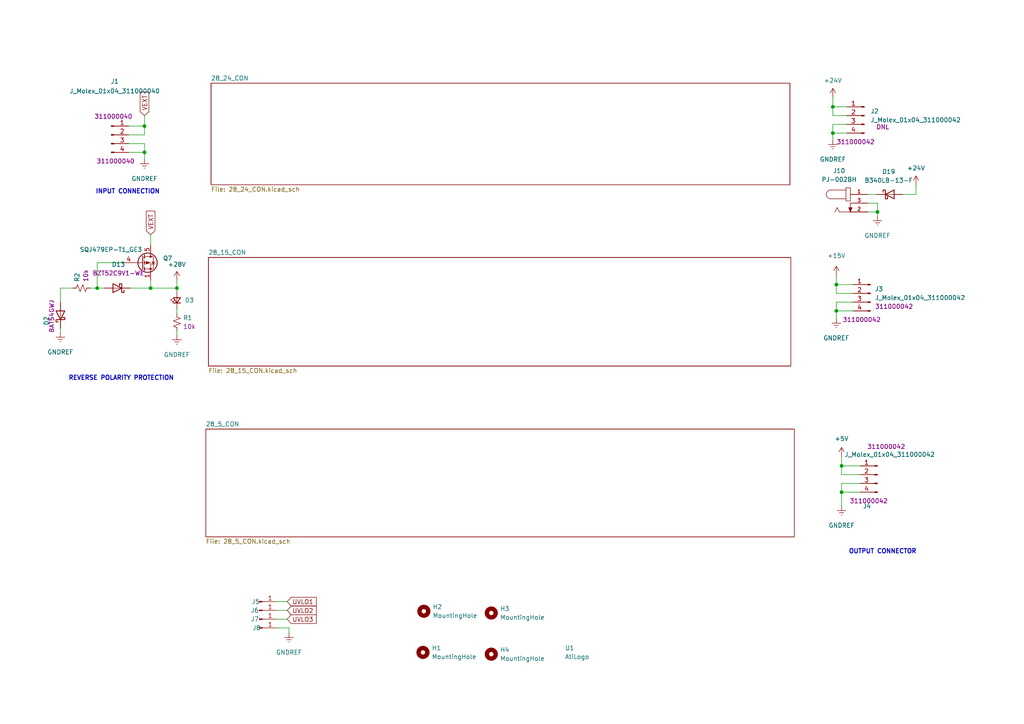
<source format=kicad_sch>
(kicad_sch (version 20211123) (generator eeschema)
  (paper "A4")
  (title_block (title "CON0100") (date "2023-01-10") (rev "V1.0") (company "Ati Motors Pvt Ltd") (comment 1 "Aslesh Kumar A & Soundhar") (comment 2 "Designed by") (comment 3 "Sudhir P ") (comment 4 "Reviewed by ") (comment 5 "Approved by") (comment 6 "Naveen"))
  (lib_symbols
    (symbol "Ati:AtiLogo" (pin_names (offset 1.016))
      (property "Reference" "U" (at 0 0 0))
      (property "Value" "AtiLogo" (at 0 0 0))
    )
    (symbol "Ati:D_LED_0603_Green_150060GS75000" (pin_numbers hide) (pin_names (offset 0.254) hide)
      (property "Reference" "D3" (at -0.0635 4.064 0))
      (symbol "D_LED_0603_Green_150060GS75000_0_1"
        (polyline (pts (xy -0.762 -1.016) (xy -0.762 1.016)) (stroke (width 0.254)))
        (polyline (pts (xy 1.016 0) (xy -0.762 0)))
        (polyline (pts (xy 0.762 -1.016) (xy -0.762 0) (xy 0.762 1.016) (xy 0.762 -1.016)) (stroke (width 0.254)))
        (polyline (pts (xy 0 0.762) (xy -0.508 1.27) (xy -0.254 1.27) (xy -0.508 1.27) (xy -0.508 1.016)))
        (polyline (pts (xy 0.508 1.27) (xy 0 1.778) (xy 0.254 1.778) (xy 0 1.778) (xy 0 1.524)))
      )
      (symbol "D_LED_0603_Green_150060GS75000_1_1"
        (pin passive line (at -2.54 0 0) (length 1.778) (name "K") (number "1"))
        (pin passive line (at 2.54 0 180) (length 1.778) (name "A") (number "2"))
      )
    )
    (symbol "Ati:D_Schottky_BZT52C9V1-WE" (pin_numbers hide) (pin_names (offset 1.016) hide)
      (property "Reference" "D" (at 0 2.54 0))
      (property "MPN" "BZT52C9V1-WE" (at 0 0 0))
      (symbol "D_Schottky_BZT52C9V1-WE_0_1"
        (polyline (pts (xy 1.27 0) (xy -1.27 0)))
        (polyline (pts (xy 1.27 1.27) (xy 1.27 -1.27) (xy -1.27 0) (xy 1.27 1.27)) (stroke (width 0.254)))
        (polyline (pts (xy -1.905 0.635) (xy -1.905 1.27) (xy -1.27 1.27) (xy -1.27 -1.27) (xy -0.635 -1.27) (xy -0.635 -0.635)) (stroke (width 0.254)))
      )
      (symbol "D_Schottky_BZT52C9V1-WE_1_1"
        (pin passive line (at -3.81 0 0) (length 2.54) (name "K") (number "1"))
        (pin passive line (at 3.81 0 180) (length 2.54) (name "A") (number "2"))
      )
    )
    (symbol "Ati:J_Molex_01x04_311000040" (pin_names (offset 1.016) hide)
      (property "Reference" "J" (at 0 5.08 0))
      (property "Val" "311000040" (at 1.27 -7.62 0))
      (symbol "J_Molex_01x04_311000040_1_1"
        (polyline (pts (xy 1.27 -5.08) (xy 0.8636 -5.08)) (stroke (width 0.1524)))
        (polyline (pts (xy 1.27 -2.54) (xy 0.8636 -2.54)) (stroke (width 0.1524)))
        (polyline (pts (xy 1.27 0) (xy 0.8636 0)) (stroke (width 0.1524)))
        (polyline (pts (xy 1.27 2.54) (xy 0.8636 2.54)) (stroke (width 0.1524)))
        (rectangle (start 0.8636 -4.953) (end 0 -5.207) (stroke (width 0.1524)) (fill (type outline)))
        (rectangle (start 0.8636 -2.413) (end 0 -2.667) (stroke (width 0.1524)) (fill (type outline)))
        (rectangle (start 0.8636 0.127) (end 0 -0.127) (stroke (width 0.1524)) (fill (type outline)))
        (rectangle (start 0.8636 2.667) (end 0 2.413) (stroke (width 0.1524)) (fill (type outline)))
        (pin passive line (at 5.08 2.54 180) (length 3.81) (name "Pin_1") (number "1"))
        (pin passive line (at 5.08 0 180) (length 3.81) (name "Pin_2") (number "2"))
        (pin passive line (at 5.08 -2.54 180) (length 3.81) (name "Pin_3") (number "3"))
        (pin passive line (at 5.08 -5.08 180) (length 3.81) (name "Pin_4") (number "4"))
      )
    )
    (symbol "Ati:J_Molex_01x04_311000042" (pin_names (offset 1.016) hide)
      (property "Reference" "J" (at 0 5.08 0))
      (property "Val" "311000042" (at 2.54 -7.62 0))
      (symbol "J_Molex_01x04_311000042_1_1"
        (polyline (pts (xy 1.27 -5.08) (xy 0.8636 -5.08)) (stroke (width 0.1524)))
        (polyline (pts (xy 1.27 -2.54) (xy 0.8636 -2.54)) (stroke (width 0.1524)))
        (polyline (pts (xy 1.27 0) (xy 0.8636 0)) (stroke (width 0.1524)))
        (polyline (pts (xy 1.27 2.54) (xy 0.8636 2.54)) (stroke (width 0.1524)))
        (rectangle (start 0.8636 -4.953) (end 0 -5.207) (stroke (width 0.1524)) (fill (type outline)))
        (rectangle (start 0.8636 -2.413) (end 0 -2.667) (stroke (width 0.1524)) (fill (type outline)))
        (rectangle (start 0.8636 0.127) (end 0 -0.127) (stroke (width 0.1524)) (fill (type outline)))
        (rectangle (start 0.8636 2.667) (end 0 2.413) (stroke (width 0.1524)) (fill (type outline)))
        (pin passive line (at 5.08 2.54 180) (length 3.81) (name "Pin_1") (number "1"))
        (pin passive line (at 5.08 0 180) (length 3.81) (name "Pin_2") (number "2"))
        (pin passive line (at 5.08 -2.54 180) (length 3.81) (name "Pin_3") (number "3"))
        (pin passive line (at 5.08 -5.08 180) (length 3.81) (name "Pin_4") (number "4"))
      )
    )
    (symbol "Ati:R_10k_0603_ERJ-3EKF1002V" (pin_numbers hide) (pin_names (offset 0.254) hide)
      (property "Reference" "R" (at -2.54 0 0))
      (property "Val" "10k" (at 2.54 0 0))
      (symbol "R_10k_0603_ERJ-3EKF1002V_1_1"
        (polyline (pts (xy 0 0) (xy 1.016 -0.381) (xy 0 -0.762) (xy -1.016 -1.143) (xy 0 -1.524)))
        (polyline (pts (xy 0 1.524) (xy 1.016 1.143) (xy 0 0.762) (xy -1.016 0.381) (xy 0 0)))
        (pin passive line (at 0 2.54 270) (length 1.016) (name "~") (number "1"))
        (pin passive line (at 0 -2.54 90) (length 1.016) (name "~") (number "2"))
      )
    )
    (symbol "Ati:SQJ479EP-T1_GE3" (pin_names hide)
      (property "Reference" "Q" (at 5.08 1.905 0))
      (property "Value" "SQJ479EP-T1_GE3" (at 5.08 0 0))
      (symbol "SQJ479EP-T1_GE3_0_1"
        (polyline (pts (xy 0.254 0) (xy -2.54 0)))
        (polyline (pts (xy 0.254 1.905) (xy 0.254 -1.905)) (stroke (width 0.254)))
        (polyline (pts (xy 0.762 -1.27) (xy 0.762 -2.286)) (stroke (width 0.254)))
        (polyline (pts (xy 0.762 0.508) (xy 0.762 -0.508)) (stroke (width 0.254)))
        (polyline (pts (xy 0.762 2.286) (xy 0.762 1.27)) (stroke (width 0.254)))
        (polyline (pts (xy 2.54 2.54) (xy 2.54 1.778)))
        (polyline (pts (xy 2.54 -2.54) (xy 2.54 0) (xy 0.762 0)))
        (polyline (pts (xy 0.762 1.778) (xy 3.302 1.778) (xy 3.302 -1.778) (xy 0.762 -1.778)))
        (polyline (pts (xy 2.286 0) (xy 1.27 0.381) (xy 1.27 -0.381) (xy 2.286 0)) (fill (type outline)))
        (polyline (pts (xy 2.794 -0.508) (xy 2.921 -0.381) (xy 3.683 -0.381) (xy 3.81 -0.254)))
        (polyline (pts (xy 3.302 -0.381) (xy 2.921 0.254) (xy 3.683 0.254) (xy 3.302 -0.381)))
        (circle (center 1.651 0) (radius 2.794) (stroke (width 0.254)))
        (circle (center 2.54 -1.778) (radius 0.254) (fill (type outline)))
        (circle (center 2.54 1.778) (radius 0.254) (fill (type outline)))
      )
      (symbol "SQJ479EP-T1_GE3_1_1"
        (pin passive line (at 2.54 -5.08 90) (length 2.54) (name "S") (number "1"))
        (pin passive line (at 2.54 -5.08 90) (length 2.54) hide (name "S") (number "2"))
        (pin passive line (at 2.54 -5.08 90) (length 2.54) hide (name "S") (number "3"))
        (pin input line (at -5.08 0 0) (length 2.54) (name "G") (number "4"))
        (pin passive line (at 2.54 5.08 270) (length 2.54) (name "D") (number "5"))
      )
    )
    (symbol "Connector:Conn_01x01_Male" (pin_names (offset 1.016) hide)
      (property "Reference" "J" (at 0 2.54 0))
      (property "Value" "Conn_01x01_Male" (at 0 -2.54 0))
      (symbol "Conn_01x01_Male_1_1"
        (polyline (pts (xy 1.27 0) (xy 0.8636 0)) (stroke (width 0.1524)))
        (rectangle (start 0.8636 0.127) (end 0 -0.127) (stroke (width 0.1524)) (fill (type outline)))
        (pin passive line (at 5.08 0 180) (length 3.81) (name "Pin_1") (number "1"))
      )
    )
    (symbol "Diode:B340" (pin_numbers hide) (pin_names (offset 1.016) hide)
      (property "Reference" "D" (at 0 2.54 0))
      (property "Value" "B340" (at 0 -2.54 0))
      (symbol "B340_0_1"
        (polyline (pts (xy 1.27 0) (xy -1.27 0)))
        (polyline (pts (xy 1.27 1.27) (xy 1.27 -1.27) (xy -1.27 0) (xy 1.27 1.27)) (stroke (width 0.254)))
        (polyline (pts (xy -1.905 0.635) (xy -1.905 1.27) (xy -1.27 1.27) (xy -1.27 -1.27) (xy -0.635 -1.27) (xy -0.635 -0.635)) (stroke (width 0.254)))
      )
      (symbol "B340_1_1"
        (pin passive line (at -3.81 0 0) (length 2.54) (name "K") (number "1"))
        (pin passive line (at 3.81 0 180) (length 2.54) (name "A") (number "2"))
      )
    )
    (symbol "Diode:BAT54J" (pin_numbers hide) (pin_names hide)
      (property "Reference" "D" (at 0 2.54 0))
      (property "Value" "BAT54J" (at 0 -2.54 0))
      (symbol "BAT54J_0_1"
        (polyline (pts (xy 1.27 0) (xy -1.27 0)))
        (polyline (pts (xy 1.27 1.27) (xy 1.27 -1.27) (xy -1.27 0) (xy 1.27 1.27)) (stroke (width 0.254)))
        (polyline (pts (xy -1.905 0.635) (xy -1.905 1.27) (xy -1.27 1.27) (xy -1.27 -1.27) (xy -0.635 -1.27) (xy -0.635 -0.635)) (stroke (width 0.254)))
      )
      (symbol "BAT54J_1_1"
        (pin passive line (at -3.81 0 0) (length 2.54) (name "K") (number "1"))
        (pin passive line (at 3.81 0 180) (length 2.54) (name "A") (number "2"))
      )
    )
    (symbol "Mechanical:MountingHole" (pin_names (offset 1.016))
      (property "Reference" "H" (at 0 5.08 0))
      (property "Value" "MountingHole" (at 0 3.175 0))
      (symbol "MountingHole_0_1"
        (circle (center 0 0) (radius 1.27) (stroke (width 1.27)))
      )
    )
    (symbol "PJ-002BH:PJ-002BH" (pin_names (offset 1.016))
      (property "Reference" "J" (at -7.6246 5.0831 0))
      (property "Value" "PJ-002BH" (at -7.632 -5.088 0))
      (symbol "PJ-002BH_0_0"
        (arc (start -5.715 3.81) (mid -6.985 2.54) (end -5.715 1.27) (stroke (width 0.1524)))
        (polyline (pts (xy -5.715 3.81) (xy -1.27 3.81)) (stroke (width 0.1524)))
        (polyline (pts (xy -3.81 -1.27) (xy -4.445 -2.54)) (stroke (width 0.1524)))
        (polyline (pts (xy -3.175 -2.54) (xy -3.81 -1.27)) (stroke (width 0.1524)))
        (polyline (pts (xy -1.27 0.635) (xy 0 0.635)) (stroke (width 0.1524)))
        (polyline (pts (xy -1.27 1.27) (xy -5.715 1.27)) (stroke (width 0.1524)))
        (polyline (pts (xy -1.27 1.27) (xy -1.27 0.635)) (stroke (width 0.1524)))
        (polyline (pts (xy -1.27 3.81) (xy -1.27 1.27)) (stroke (width 0.1524)))
        (polyline (pts (xy -1.27 4.445) (xy -1.27 3.81)) (stroke (width 0.1524)))
        (polyline (pts (xy 0 -2.54) (xy -3.175 -2.54)) (stroke (width 0.1524)))
        (polyline (pts (xy 0 0) (xy 0 -2.54)) (stroke (width 0.1524)))
        (polyline (pts (xy 0 0.635) (xy 0 4.445)) (stroke (width 0.1524)))
        (polyline (pts (xy 0 4.445) (xy -1.27 4.445)) (stroke (width 0.1524)))
        (polyline (pts (xy 0 -2.54) (xy -0.508 -1.27) (xy 0.508 -1.27) (xy 0 -2.54)) (stroke (width 0.1524)) (fill (type outline)))
        (pin passive line (at 5.08 2.54 180) (length 5.08) (name "~") (number "1"))
        (pin passive line (at 5.08 -2.54 180) (length 5.08) (name "~") (number "2"))
        (pin passive line (at 5.08 0 180) (length 5.08) (name "~") (number "3"))
      )
    )
    (symbol "power:+15V" (power) (pin_names (offset 0))
      (property "Value" "+15V" (at 0 3.556 0))
      (symbol "+15V_0_1"
        (polyline (pts (xy -0.762 1.27) (xy 0 2.54)))
        (polyline (pts (xy 0 0) (xy 0 2.54)))
        (polyline (pts (xy 0 2.54) (xy 0.762 1.27)))
      )
      (symbol "+15V_1_1"
        (pin power_in line (at 0 0 90) (length 0) hide (name "+15V") (number "1"))
      )
    )
    (symbol "power:+24V" (power) (pin_names (offset 0))
      (property "Value" "+24V" (at 0 3.556 0))
      (symbol "+24V_0_1"
        (polyline (pts (xy -0.762 1.27) (xy 0 2.54)))
        (polyline (pts (xy 0 0) (xy 0 2.54)))
        (polyline (pts (xy 0 2.54) (xy 0.762 1.27)))
      )
      (symbol "+24V_1_1"
        (pin power_in line (at 0 0 90) (length 0) hide (name "+24V") (number "1"))
      )
    )
    (symbol "power:+28V" (power) (pin_names (offset 0))
      (property "Value" "+28V" (at 0 3.81 0))
      (symbol "+28V_0_1"
        (polyline (pts (xy -0.762 1.27) (xy 0 2.54)))
        (polyline (pts (xy 0 0) (xy 0 2.54)))
        (polyline (pts (xy 0 2.54) (xy 0.762 1.27)))
      )
      (symbol "+28V_1_1"
        (pin power_in line (at 0 0 90) (length 0) hide (name "+28V") (number "1"))
      )
    )
    (symbol "power:+5V" (power) (pin_names (offset 0))
      (property "Value" "+5V" (at 0 3.556 0))
      (symbol "+5V_0_1"
        (polyline (pts (xy -0.762 1.27) (xy 0 2.54)))
        (polyline (pts (xy 0 0) (xy 0 2.54)))
        (polyline (pts (xy 0 2.54) (xy 0.762 1.27)))
      )
      (symbol "+5V_1_1"
        (pin power_in line (at 0 0 90) (length 0) hide (name "+5V") (number "1"))
      )
    )
    (symbol "power:GNDREF" (power) (pin_names (offset 0))
      (property "Value" "GNDREF" (at 0 -3.81 0))
      (symbol "GNDREF_0_1"
        (polyline (pts (xy -0.635 -1.905) (xy 0.635 -1.905)))
        (polyline (pts (xy -0.127 -2.54) (xy 0.127 -2.54)))
        (polyline (pts (xy 0 -1.27) (xy 0 0)))
        (polyline (pts (xy 1.27 -1.27) (xy -1.27 -1.27)))
      )
      (symbol "GNDREF_1_1"
        (pin power_in line (at 0 0 270) (length 0) hide (name "GNDREF") (number "1"))
      )
    )
  )
  (junction (at 51.308 83.566))
  (junction (at 28.194 83.566))
  (junction (at 41.91 36.576))
  (junction (at 244.094 142.748))
  (junction (at 241.554 30.988))
  (junction (at 254.508 61.468))
  (junction (at 242.57 82.55))
  (junction (at 241.554 38.608))
  (junction (at 244.094 135.128))
  (junction (at 242.57 90.17))
  (junction (at 41.91 44.196))
  (junction (at 43.688 83.566))
  (wire (pts (xy 244.094 135.128) (xy 244.094 137.668)))
  (wire (pts (xy 242.57 90.17) (xy 242.57 92.456)))
  (wire (pts (xy 241.554 38.608) (xy 245.618 38.608)))
  (wire (pts (xy 241.554 28.194) (xy 241.554 30.988)))
  (wire (pts (xy 43.688 68.072) (xy 43.688 71.12)))
  (wire (pts (xy 244.094 142.748) (xy 249.428 142.748)))
  (wire (pts (xy 21.082 83.566) (xy 17.526 83.566)))
  (wire (pts (xy 41.91 39.116) (xy 41.91 36.576)))
  (wire (pts (xy 241.554 36.068) (xy 241.554 38.608)))
  (wire (pts (xy 80.264 179.578) (xy 83.312 179.578)))
  (wire (pts (xy 265.684 56.388) (xy 261.874 56.388)))
  (wire (pts (xy 41.91 44.196) (xy 41.91 46.228)))
  (wire (pts (xy 43.688 83.566) (xy 51.308 83.566)))
  (wire (pts (xy 51.308 81.28) (xy 51.308 83.566)))
  (wire (pts (xy 80.264 182.118) (xy 83.82 182.118)))
  (wire (pts (xy 41.91 41.656) (xy 41.91 44.196)))
  (wire (pts (xy 37.338 36.576) (xy 41.91 36.576)))
  (wire (pts (xy 51.308 84.582) (xy 51.308 83.566)))
  (wire (pts (xy 247.396 82.55) (xy 242.57 82.55)))
  (wire (pts (xy 242.57 90.17) (xy 247.396 90.17)))
  (wire (pts (xy 37.338 44.196) (xy 41.91 44.196)))
  (wire (pts (xy 80.264 177.038) (xy 83.312 177.038)))
  (wire (pts (xy 36.068 76.2) (xy 28.194 76.2)))
  (wire (pts (xy 244.094 137.668) (xy 249.428 137.668)))
  (wire (pts (xy 254.508 58.928) (xy 251.714 58.928)))
  (wire (pts (xy 244.094 132.334) (xy 244.094 135.128)))
  (wire (pts (xy 17.526 83.566) (xy 17.526 87.63)))
  (wire (pts (xy 43.688 81.28) (xy 43.688 83.566)))
  (wire (pts (xy 51.308 89.662) (xy 51.308 90.932)))
  (wire (pts (xy 41.91 36.576) (xy 41.91 33.528)))
  (wire (pts (xy 37.338 41.656) (xy 41.91 41.656)))
  (wire (pts (xy 17.526 95.25) (xy 17.526 96.52)))
  (wire (pts (xy 28.194 83.566) (xy 30.226 83.566)))
  (wire (pts (xy 244.094 135.128) (xy 249.428 135.128)))
  (wire (pts (xy 37.338 39.116) (xy 41.91 39.116)))
  (wire (pts (xy 244.094 140.208) (xy 244.094 142.748)))
  (wire (pts (xy 241.554 36.068) (xy 245.618 36.068)))
  (wire (pts (xy 37.846 83.566) (xy 43.688 83.566)))
  (wire (pts (xy 26.162 83.566) (xy 28.194 83.566)))
  (wire (pts (xy 265.684 53.594) (xy 265.684 56.388)))
  (wire (pts (xy 254.508 62.738) (xy 254.508 61.468)))
  (wire (pts (xy 241.554 30.988) (xy 245.618 30.988)))
  (wire (pts (xy 244.094 140.208) (xy 249.428 140.208)))
  (wire (pts (xy 242.57 79.756) (xy 242.57 82.55)))
  (wire (pts (xy 242.57 85.09) (xy 247.396 85.09)))
  (wire (pts (xy 244.094 142.748) (xy 244.094 146.812)))
  (wire (pts (xy 51.308 96.012) (xy 51.308 97.282)))
  (wire (pts (xy 254.508 61.468) (xy 254.508 58.928)))
  (wire (pts (xy 241.554 33.528) (xy 245.618 33.528)))
  (wire (pts (xy 241.554 38.608) (xy 241.554 40.64)))
  (wire (pts (xy 242.57 87.63) (xy 247.396 87.63)))
  (wire (pts (xy 242.57 87.63) (xy 242.57 90.17)))
  (wire (pts (xy 251.714 56.388) (xy 254.254 56.388)))
  (wire (pts (xy 83.82 183.642) (xy 83.82 182.118)))
  (wire (pts (xy 251.714 61.468) (xy 254.508 61.468)))
  (wire (pts (xy 241.554 33.528) (xy 241.554 30.988)))
  (wire (pts (xy 28.194 76.2) (xy 28.194 83.566)))
  (wire (pts (xy 242.57 82.55) (xy 242.57 85.09)))
  (wire (pts (xy 80.264 174.498) (xy 83.312 174.498)))
  (text "INPUT CONNECTION" (at 27.686 56.388 0) (effects (font (size 1.27 1.27) (thickness 0.254) bold) (justify left bottom)))
  (text "REVERSE POLARITY PROTECTION" (at 19.812 110.49 0) (effects (font (size 1.27 1.27) (thickness 0.254) bold) (justify left bottom)))
  (text "OUTPUT CONNECTOR" (at 246.126 160.782 0) (effects (font (size 1.27 1.27) (thickness 0.254) bold) (justify left bottom)))
  (global_label "VEXT" (shape input) (at 41.91 33.528 90) (property "Intersheet References" "${INTERSHEET_REFS}" (effects hide)))
  (global_label "VEXT" (shape input) (at 43.688 68.072 90) (property "Intersheet References" "${INTERSHEET_REFS}" (effects hide)))
  (global_label "UVLO3" (shape input) (at 83.312 179.578 0) (property "Intersheet References" "${INTERSHEET_REFS}" (effects hide)))
  (global_label "UVLO1" (shape input) (at 83.312 174.498 0) (property "Intersheet References" "${INTERSHEET_REFS}" (effects hide)))
  (global_label "UVLO2" (shape input) (at 83.312 177.038 0) (property "Intersheet References" "${INTERSHEET_REFS}" (effects hide)))
  (symbol (lib_id "power:GNDREF") (at 254.508 62.738 0) (unit 1)
    (property "Reference" "#PWR09" (effects hide))
    (property "Value" "GNDREF" (at 254.508 68.326 0))
  )
  (symbol (lib_id "power:GNDREF") (at 244.094 146.812 0) (unit 1)
    (property "Reference" "#PWR08" (effects hide))
    (property "Value" "GNDREF" (at 244.094 152.4 0))
  )
  (symbol (lib_id "Ati:AtiLogo") (at 162.814 189.23 0) (unit 1)
    (property "Reference" "U1" (at 163.83 187.9599 0) (effects (justify left)))
    (property "Value" "AtiLogo" (at 163.83 190.4999 0) (effects (justify left)))
    (property "Footprint" "ATI:atilogo_19.06_10.16mm" (effects hide))
  )
  (symbol (lib_id "Ati:D_LED_0603_Green_150060GS75000") (at 51.308 87.122 90) (unit 1)
    (property "Reference" "D3" (at 53.594 87.0584 90) (effects (justify right)))
    (property "Value" "D_LED_0603_Green_150060GS75000" (effects hide))
    (property "Footprint" "LED_SMD:LED_0603_1608Metric_Pad1.05x0.95mm_HandSolder" (effects hide))
    (property "MPN" "150060GS75000" (effects hide))
    (property "Val" "0603_5V" (effects hide))
  )
  (symbol (lib_id "power:GNDREF") (at 242.57 92.456 0) (unit 1)
    (property "Reference" "#PWR06" (effects hide))
    (property "Value" "GNDREF" (at 242.57 98.044 0))
  )
  (symbol (lib_id "PJ-002BH:PJ-002BH") (at 246.634 58.928 0) (unit 1)
    (property "Reference" "J10" (at 243.3955 49.53 0))
    (property "Value" "PJ-002BH" (at 243.3955 52.07 0))
    (property "Footprint" "ATI:CUI_PJ-002BH" (effects hide))
    (property "Datasheet" "https://www.cuidevices.com/product/resource/pj-002bh.pdf" (effects hide))
    (property "Manufacturer" "CUI INC" (effects hide))
    (property "MPN" "Manufacturer recommendations" (effects hide))
    (property "Val" "2.5 mm (ID) x 5.5 mm (OD), 24 Vdc, 5 A, right angle, Black " (effects hide))
    (property "APN" "KLDHCX-0202-B" (effects hide))
  )
  (symbol (lib_id "Ati:J_Molex_01x04_311000042") (at 254.508 137.668 0) (mirror y) (unit 1)
    (property "Reference" "J4" (at 251.46 146.812 0))
    (property "Value" "J_Molex_01x04_311000042" (at 258.064 131.826 0))
    (property "Footprint" "ATI:Molex_311000042_4pos_1row_2.54mm_PolC" (effects hide))
    (property "Manufacturer" "Molex" (effects hide))
    (property "MPN" "311000042" (at 257.048 129.54 0))
    (property "Val" "311000042" (at 251.968 145.288 0))
  )
  (symbol (lib_id "Ati:R_10k_0603_ERJ-3EKF1002V") (at 23.622 83.566 90) (unit 1)
    (property "Reference" "R2" (at 22.3519 81.788 0) (effects (justify left)))
    (property "Value" "R_10k_0603_ERJ-3EKF1002V" (effects hide))
    (property "Footprint" "Resistor_SMD:R_0603_1608Metric_Pad0.98x0.95mm_HandSolder" (effects hide))
    (property "Package" "0603" (effects hide))
    (property "MPN" "ERJ-3EKF1002V" (effects hide))
    (property "Manufacturer" "Panasonic - ECG" (effects hide))
    (property "Val" "10k" (at 24.8919 81.788 0) (effects (justify left)))
  )
  (symbol (lib_id "power:+5V") (at 244.094 132.334 0) (unit 1)
    (property "Reference" "#PWR07" (effects hide))
    (property "Value" "+5V" (at 244.094 127.254 0))
  )
  (symbol (lib_id "power:+24V") (at 265.684 53.594 0) (unit 1)
    (property "Reference" "#PWR011" (effects hide))
    (property "Value" "+24V" (at 265.684 48.768 0))
  )
  (symbol (lib_id "Ati:J_Molex_01x04_311000042") (at 252.476 85.09 0) (mirror y) (unit 1)
    (property "Reference" "J3" (at 253.746 83.8199 0) (effects (justify right)))
    (property "Value" "J_Molex_01x04_311000042" (at 253.746 86.3599 0) (effects (justify right)))
    (property "Footprint" "ATI:Molex_311000042_4pos_1row_2.54mm_PolC" (effects hide))
    (property "Manufacturer" "Molex" (effects hide))
    (property "MPN" "311000042" (at 253.746 88.8999 0) (effects (justify right)))
    (property "Val" "311000042" (at 249.936 92.71 0))
  )
  (symbol (lib_id "Ati:J_Molex_01x04_311000040") (at 32.258 39.116 0) (unit 1)
    (property "Reference" "J1" (at 33.274 23.622 0))
    (property "Value" "J_Molex_01x04_311000040" (at 33.274 26.416 0))
    (property "Footprint" "ATI:Molex_311000040_4pos_1row_2.54mm_PolA" (effects hide))
    (property "Manufacturer" "Molex" (effects hide))
    (property "MPN" "311000040" (at 32.893 33.782 0))
    (property "Val" "311000040" (at 33.528 46.736 0))
  )
  (symbol (lib_id "Mechanical:MountingHole") (at 142.494 177.8 0) (unit 1)
    (property "Reference" "H3" (at 145.034 176.5299 0) (effects (justify left)))
    (property "Value" "MountingHole" (at 145.034 179.0699 0) (effects (justify left)))
    (property "Footprint" "MountingHole:MountingHole_3.5mm" (effects hide))
  )
  (symbol (lib_id "Mechanical:MountingHole") (at 122.682 189.23 0) (unit 1)
    (property "Reference" "H1" (at 125.222 187.9599 0) (effects (justify left)))
    (property "Value" "MountingHole" (at 125.222 190.4999 0) (effects (justify left)))
    (property "Footprint" "MountingHole:MountingHole_3.5mm" (effects hide))
  )
  (symbol (lib_id "Ati:SQJ479EP-T1_GE3") (at 41.148 76.2 0) (unit 1)
    (property "Reference" "Q7" (at 47.244 74.9299 0) (effects (justify left)))
    (property "Value" "SQJ479EP-T1_GE3" (at 23.114 72.39 0) (effects (justify left)))
    (property "Footprint" "Package_SO:PowerPAK_SO-8_Single" (effects hide))
    (property "Datasheet" "https://www.vishay.com/docs/65596/si7141dp.pdf" (effects hide))
    (property "Specifications" "32A Id, -80V Vds, 33 mOhm Ron, PowerPAK-8L, -55 to 175 DegC, 68 degC/W" (effects hide))
    (property "MPN" "SQJ479EP-T1_GE3" (effects hide))
    (property "APN" "SQJ479EP-T1_BE3" (effects hide))
  )
  (symbol (lib_id "Diode:BAT54J") (at 17.526 91.44 90) (unit 1)
    (property "Reference" "D2" (at 13.462 91.694 0) (effects (justify right)))
    (property "Value" "D_Zener_BAT54GWJ" (effects hide))
    (property "Footprint" "Diode_SMD:D_SOD-123" (effects hide))
    (property "Datasheet" "https://assets.nexperia.com/documents/data-sheet/BAT54J.pdf" (effects hide))
    (property "Specifications" "30V, 200mA, 600 mW, -55 to 150 deg, " (effects hide))
    (property "MPN" "BAT54GWJ" (at 14.986 91.694 0))
    (property "APN" "BAT54W-HG3-18" (effects hide))
  )
  (symbol (lib_id "Mechanical:MountingHole") (at 122.936 177.292 0) (unit 1)
    (property "Reference" "H2" (at 125.476 176.0219 0) (effects (justify left)))
    (property "Value" "MountingHole" (at 125.476 178.5619 0) (effects (justify left)))
    (property "Footprint" "MountingHole:MountingHole_3.5mm" (effects hide))
  )
  (symbol (lib_id "Diode:B340") (at 258.064 56.388 0) (unit 1)
    (property "Reference" "D19" (at 257.7465 49.784 0))
    (property "Value" "B340LB-13-F" (at 257.7465 52.324 0))
    (property "Footprint" "Diode_SMD:D_SMB" (effects hide))
    (property "Datasheet" "https://www.diodes.com/assets/Datasheets/ds30240.pdf" (effects hide))
    (property "Manufacturer" "Diodes Incorporated" (effects hide))
    (property "APN" "SSB44-E3/52T" (effects hide))
    (property "Val" "40 Vr, 3A, 0.45 Vf" (effects hide))
  )
  (symbol (lib_id "power:GNDREF") (at 51.308 97.282 0) (unit 1)
    (property "Reference" "#PWR0104" (effects hide))
    (property "Value" "GNDREF" (at 51.308 102.87 0))
  )
  (symbol (lib_id "Ati:R_10k_0603_ERJ-3EKF1002V") (at 51.308 93.472 0) (unit 1)
    (property "Reference" "R1" (at 53.086 92.2019 0) (effects (justify left)))
    (property "Value" "R_10k_0603_ERJ-3EKF1002V" (effects hide))
    (property "Footprint" "Resistor_SMD:R_0603_1608Metric_Pad0.98x0.95mm_HandSolder" (effects hide))
    (property "Package" "0603" (effects hide))
    (property "MPN" "ERJ-3EKF1002V" (effects hide))
    (property "Manufacturer" "Panasonic - ECG" (effects hide))
    (property "Val" "10k" (at 53.086 94.7419 0) (effects (justify left)))
  )
  (symbol (lib_id "power:+15V") (at 242.57 79.756 0) (unit 1)
    (property "Reference" "#PWR05" (effects hide))
    (property "Value" "+15V" (at 242.57 74.168 0))
  )
  (symbol (lib_id "power:GNDREF") (at 241.554 40.64 0) (unit 1)
    (property "Reference" "#PWR04" (effects hide))
    (property "Value" "GNDREF" (at 241.554 46.228 0))
  )
  (symbol (lib_id "Connector:Conn_01x01_Male") (at 75.184 174.498 0) (unit 1)
    (property "Reference" "J5" (at 74.168 174.498 0))
    (property "Value" "Conn_01x01_Male" (effects hide))
    (property "Footprint" "Connector_PinHeader_2.54mm:PinHeader_1x01_P2.54mm_Vertical" (effects hide))
  )
  (symbol (lib_id "power:GNDREF") (at 17.526 96.52 0) (unit 1)
    (property "Reference" "#PWR0103" (effects hide))
    (property "Value" "GNDREF" (at 17.526 102.108 0))
  )
  (symbol (lib_id "Connector:Conn_01x01_Male") (at 75.184 179.578 0) (unit 1)
    (property "Reference" "J7" (at 73.914 179.578 0))
    (property "Value" "Conn_01x01_Male" (effects hide))
    (property "Footprint" "Connector_PinHeader_2.54mm:PinHeader_1x01_P2.54mm_Vertical" (effects hide))
  )
  (symbol (lib_id "Ati:J_Molex_01x04_311000042") (at 250.698 33.528 0) (mirror y) (unit 1)
    (property "Reference" "J2" (at 252.476 32.2579 0) (effects (justify right)))
    (property "Value" "J_Molex_01x04_311000042" (at 252.476 34.7979 0) (effects (justify right)))
    (property "Footprint" "ATI:Molex_311000042_4pos_1row_2.54mm_PolC" (effects hide))
    (property "Manufacturer" "Molex" (effects hide))
    (property "MPN" "311000042" (effects hide))
    (property "Val" "311000042" (at 248.158 41.148 0))
    (property "DNL" "DNL" (at 256.032 36.83 0))
  )
  (symbol (lib_id "Connector:Conn_01x01_Male") (at 75.184 182.118 0) (unit 1)
    (property "Reference" "J8" (at 74.422 182.118 0))
    (property "Value" "Conn_01x01_Male" (effects hide))
    (property "Footprint" "Connector_PinHeader_2.54mm:PinHeader_1x01_P2.54mm_Vertical" (effects hide))
  )
  (symbol (lib_id "Ati:D_Schottky_BZT52C9V1-WE") (at 34.036 83.566 180) (unit 1)
    (property "Reference" "D13" (at 34.3535 76.708 0))
    (property "Value" "D_Schottky_BZT52C9V1-WE" (effects hide))
    (property "Footprint" "Diode_SMD:D_SOD-123" (effects hide))
    (property "Datasheet" "https://www.mouser.in/datasheet/2/115/ds18004-1142534.pdf" (effects hide))
    (property "Specifications" "9.1 V, 500 mW, 5 %, " (effects hide))
    (property "MPN" "BZT52C9V1-WE" (at 34.3535 79.248 0))
    (property "APN" "BZT52C9V1-TP" (effects hide))
  )
  (symbol (lib_id "power:GNDREF") (at 83.82 183.642 0) (unit 1)
    (property "Reference" "#PWR036" (effects hide))
    (property "Value" "GNDREF" (at 83.82 189.23 0))
  )
  (symbol (lib_id "power:+28V") (at 51.308 81.28 0) (unit 1)
    (property "Reference" "#PWR0102" (effects hide))
    (property "Value" "+28V" (at 51.308 76.708 0))
  )
  (symbol (lib_id "power:GNDREF") (at 41.91 46.228 0) (unit 1)
    (property "Reference" "#PWR02" (effects hide))
    (property "Value" "GNDREF" (at 41.91 51.816 0))
  )
  (symbol (lib_id "power:+24V") (at 241.554 28.194 0) (unit 1)
    (property "Reference" "#PWR03" (effects hide))
    (property "Value" "+24V" (at 241.554 23.368 0))
  )
  (symbol (lib_id "Connector:Conn_01x01_Male") (at 75.184 177.038 0) (unit 1)
    (property "Reference" "J6" (at 73.914 177.038 0))
    (property "Value" "Conn_01x01_Male" (effects hide))
    (property "Footprint" "Connector_PinHeader_2.54mm:PinHeader_1x01_P2.54mm_Vertical" (effects hide))
  )
  (symbol (lib_id "Mechanical:MountingHole") (at 142.494 189.738 0) (unit 1)
    (property "Reference" "H4" (at 145.034 188.4679 0) (effects (justify left)))
    (property "Value" "MountingHole" (at 145.034 191.0079 0) (effects (justify left)))
    (property "Footprint" "MountingHole:MountingHole_3.5mm" (effects hide))
  )
  (sheet (at 61.214 24.13) (size 167.894 29.464) (stroke (width 0.1524))
    (property "Sheet name" "28_24_CON" (at 61.214 23.4184 0) (effects (justify left bottom)))
    (property "Sheet file" "28_24_CON.kicad_sch" (at 61.214 54.1786 0) (effects (justify left top)))
  )
  (sheet (at 60.452 74.676) (size 168.91 31.496) (stroke (width 0.1524))
    (property "Sheet name" "28_15_CON" (at 60.452 73.9644 0) (effects (justify left bottom)))
    (property "Sheet file" "28_15_CON.kicad_sch" (at 60.452 106.7566 0) (effects (justify left top)))
  )
  (sheet (at 59.69 124.46) (size 170.688 31.242) (stroke (width 0.1524))
    (property "Sheet name" "28_5_CON" (at 59.69 123.7484 0) (effects (justify left bottom)))
    (property "Sheet file" "28_5_CON.kicad_sch" (at 59.69 156.2866 0) (effects (justify left top)))
  )
)
</source>
